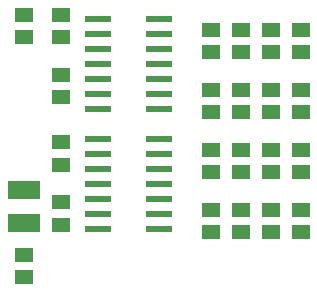
<source format=gbr>
G04 EAGLE Gerber X2 export*
%TF.Part,Single*%
%TF.FileFunction,Paste,Top*%
%TF.FilePolarity,Positive*%
%TF.GenerationSoftware,Autodesk,EAGLE,8.7.0*%
%TF.CreationDate,2018-05-03T09:05:19Z*%
G75*
%MOMM*%
%FSLAX34Y34*%
%LPD*%
%AMOC8*
5,1,8,0,0,1.08239X$1,22.5*%
G01*
%ADD10R,2.700000X1.600000*%
%ADD11R,1.500000X1.300000*%
%ADD12R,2.200000X0.600000*%


D10*
X177800Y195550D03*
X177800Y223550D03*
D11*
X412750Y307950D03*
X412750Y288950D03*
X387350Y307950D03*
X387350Y288950D03*
X361950Y307950D03*
X361950Y288950D03*
X336550Y307950D03*
X336550Y288950D03*
D12*
X240700Y254000D03*
X292700Y254000D03*
X240700Y266700D03*
X240700Y241300D03*
X240700Y228600D03*
X292700Y266700D03*
X292700Y241300D03*
X292700Y228600D03*
X240700Y203200D03*
X292700Y203200D03*
X240700Y215900D03*
X240700Y190500D03*
X292700Y215900D03*
X292700Y190500D03*
D11*
X209550Y244500D03*
X209550Y263500D03*
X177800Y168250D03*
X177800Y149250D03*
X209550Y301650D03*
X209550Y320650D03*
X209550Y193700D03*
X209550Y212700D03*
X387350Y358750D03*
X387350Y339750D03*
X412750Y358750D03*
X412750Y339750D03*
X209550Y352450D03*
X209550Y371450D03*
X361950Y358750D03*
X361950Y339750D03*
X336550Y358750D03*
X336550Y339750D03*
X177800Y371450D03*
X177800Y352450D03*
D12*
X240700Y355600D03*
X292700Y355600D03*
X240700Y368300D03*
X240700Y342900D03*
X240700Y330200D03*
X292700Y368300D03*
X292700Y342900D03*
X292700Y330200D03*
X240700Y304800D03*
X292700Y304800D03*
X240700Y317500D03*
X240700Y292100D03*
X292700Y317500D03*
X292700Y292100D03*
D11*
X412750Y238150D03*
X412750Y257150D03*
X387350Y238150D03*
X387350Y257150D03*
X412750Y187350D03*
X412750Y206350D03*
X387350Y187350D03*
X387350Y206350D03*
X361950Y238150D03*
X361950Y257150D03*
X336144Y238150D03*
X336144Y257150D03*
X361950Y187350D03*
X361950Y206350D03*
X336550Y187350D03*
X336550Y206350D03*
M02*

</source>
